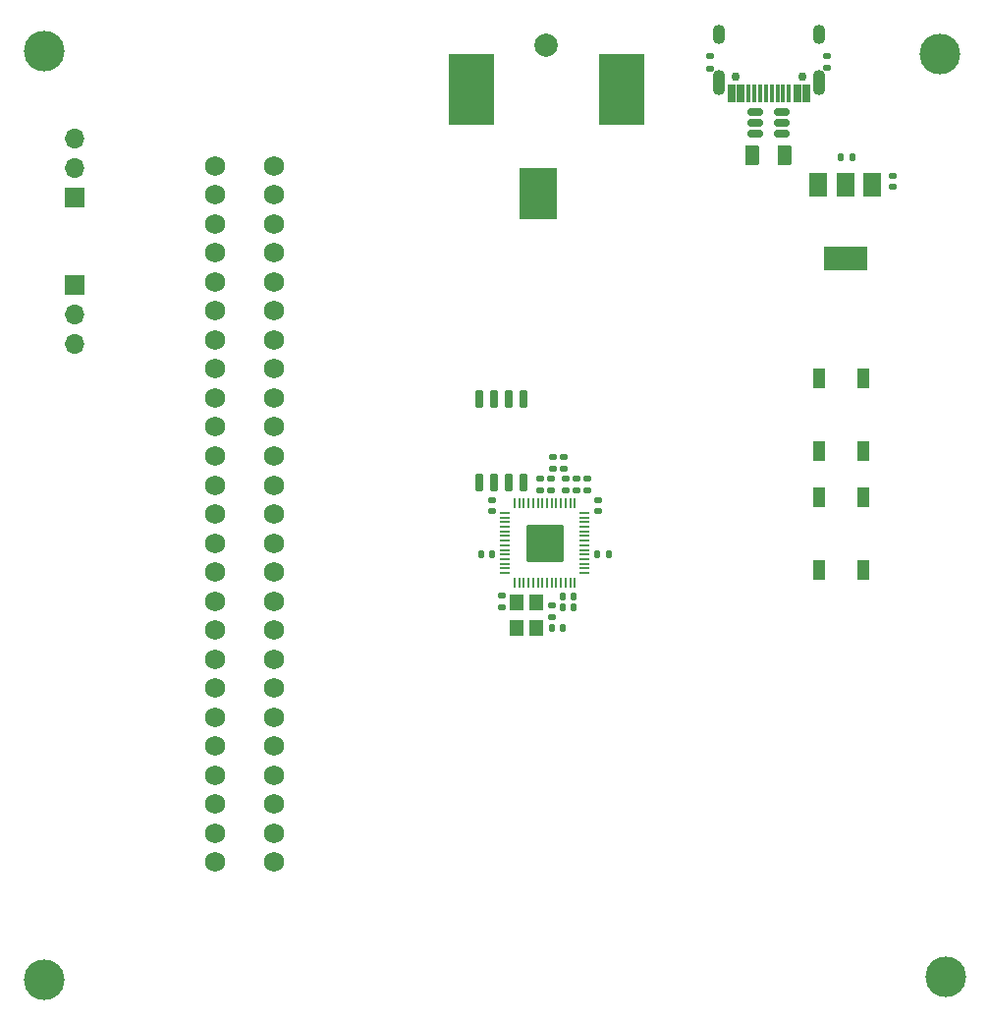
<source format=gbr>
%TF.GenerationSoftware,KiCad,Pcbnew,7.0.6-0*%
%TF.CreationDate,2024-06-08T16:42:38-07:00*%
%TF.ProjectId,pc64,70633634-2e6b-4696-9361-645f70636258,rev?*%
%TF.SameCoordinates,Original*%
%TF.FileFunction,Soldermask,Top*%
%TF.FilePolarity,Negative*%
%FSLAX46Y46*%
G04 Gerber Fmt 4.6, Leading zero omitted, Abs format (unit mm)*
G04 Created by KiCad (PCBNEW 7.0.6-0) date 2024-06-08 16:42:38*
%MOMM*%
%LPD*%
G01*
G04 APERTURE LIST*
G04 Aperture macros list*
%AMRoundRect*
0 Rectangle with rounded corners*
0 $1 Rounding radius*
0 $2 $3 $4 $5 $6 $7 $8 $9 X,Y pos of 4 corners*
0 Add a 4 corners polygon primitive as box body*
4,1,4,$2,$3,$4,$5,$6,$7,$8,$9,$2,$3,0*
0 Add four circle primitives for the rounded corners*
1,1,$1+$1,$2,$3*
1,1,$1+$1,$4,$5*
1,1,$1+$1,$6,$7*
1,1,$1+$1,$8,$9*
0 Add four rect primitives between the rounded corners*
20,1,$1+$1,$2,$3,$4,$5,0*
20,1,$1+$1,$4,$5,$6,$7,0*
20,1,$1+$1,$6,$7,$8,$9,0*
20,1,$1+$1,$8,$9,$2,$3,0*%
G04 Aperture macros list end*
%ADD10C,0.750000*%
%ADD11RoundRect,0.050000X0.300000X0.725000X-0.300000X0.725000X-0.300000X-0.725000X0.300000X-0.725000X0*%
%ADD12RoundRect,0.050000X0.150000X0.725000X-0.150000X0.725000X-0.150000X-0.725000X0.150000X-0.725000X0*%
%ADD13O,1.100000X2.200000*%
%ADD14O,1.100000X1.700000*%
%ADD15R,3.900000X6.200000*%
%ADD16R,3.300000X4.400000*%
%ADD17C,2.000000*%
%ADD18C,2.600000*%
%ADD19C,3.500000*%
%ADD20RoundRect,0.140000X-0.170000X0.140000X-0.170000X-0.140000X0.170000X-0.140000X0.170000X0.140000X0*%
%ADD21RoundRect,0.135000X0.185000X-0.135000X0.185000X0.135000X-0.185000X0.135000X-0.185000X-0.135000X0*%
%ADD22RoundRect,0.140000X-0.140000X-0.170000X0.140000X-0.170000X0.140000X0.170000X-0.140000X0.170000X0*%
%ADD23R,1.500000X2.000000*%
%ADD24R,3.800000X2.000000*%
%ADD25RoundRect,0.140000X0.140000X0.170000X-0.140000X0.170000X-0.140000X-0.170000X0.140000X-0.170000X0*%
%ADD26C,1.727200*%
%ADD27R,1.200000X1.400000*%
%ADD28RoundRect,0.140000X0.170000X-0.140000X0.170000X0.140000X-0.170000X0.140000X-0.170000X-0.140000X0*%
%ADD29O,1.700000X1.700000*%
%ADD30R,1.700000X1.700000*%
%ADD31RoundRect,0.150000X0.150000X-0.650000X0.150000X0.650000X-0.150000X0.650000X-0.150000X-0.650000X0*%
%ADD32R,1.000000X1.700000*%
%ADD33RoundRect,0.150000X-0.512500X-0.150000X0.512500X-0.150000X0.512500X0.150000X-0.512500X0.150000X0*%
%ADD34RoundRect,0.250000X0.375000X0.625000X-0.375000X0.625000X-0.375000X-0.625000X0.375000X-0.625000X0*%
%ADD35RoundRect,0.050000X-0.387500X-0.050000X0.387500X-0.050000X0.387500X0.050000X-0.387500X0.050000X0*%
%ADD36RoundRect,0.050000X-0.050000X-0.387500X0.050000X-0.387500X0.050000X0.387500X-0.050000X0.387500X0*%
%ADD37RoundRect,0.144000X-1.456000X-1.456000X1.456000X-1.456000X1.456000X1.456000X-1.456000X1.456000X0*%
%ADD38RoundRect,0.135000X-0.185000X0.135000X-0.185000X-0.135000X0.185000X-0.135000X0.185000X0.135000X0*%
G04 APERTURE END LIST*
D10*
%TO.C,J1*%
X128620000Y-47067000D03*
X122840000Y-47067000D03*
D11*
X128955000Y-48512000D03*
X128180000Y-48512000D03*
D12*
X126980000Y-48512000D03*
X125980000Y-48512000D03*
X125480000Y-48512000D03*
X124480000Y-48512000D03*
D11*
X123280000Y-48512000D03*
X122505000Y-48512000D03*
X122505000Y-48512000D03*
X123280000Y-48512000D03*
D12*
X123980000Y-48512000D03*
X124980000Y-48512000D03*
X126480000Y-48512000D03*
X127480000Y-48512000D03*
D11*
X128180000Y-48512000D03*
X128955000Y-48512000D03*
D13*
X130050000Y-47597000D03*
D14*
X130050000Y-43417000D03*
D13*
X121410000Y-47597000D03*
D14*
X121410000Y-43417000D03*
%TD*%
D15*
%TO.C,CART 12V*%
X100130000Y-48133000D03*
X113030000Y-48133000D03*
D16*
X105880000Y-57133000D03*
D17*
X106580000Y-44333000D03*
%TD*%
D18*
%TO.C,H1*%
X63246000Y-124841000D03*
D19*
X63246000Y-124841000D03*
%TD*%
D20*
%TO.C,C3*%
X102716000Y-91799000D03*
X102716000Y-92759000D03*
%TD*%
D18*
%TO.C,H2*%
X63246000Y-44831000D03*
D19*
X63246000Y-44831000D03*
%TD*%
D21*
%TO.C,R4*%
X108088980Y-80889000D03*
X108088980Y-79869000D03*
%TD*%
D22*
%TO.C,C13*%
X100916000Y-88249000D03*
X101876000Y-88249000D03*
%TD*%
D23*
%TO.C,U1002*%
X134634000Y-56413000D03*
X132334000Y-56413000D03*
X130034000Y-56413000D03*
D24*
X132334000Y-62713000D03*
%TD*%
D25*
%TO.C,C16*%
X108906000Y-92809000D03*
X107946000Y-92809000D03*
%TD*%
D18*
%TO.C,H4*%
X140970000Y-124587000D03*
D19*
X140970000Y-124587000D03*
%TD*%
D20*
%TO.C,C7*%
X108246000Y-81739000D03*
X108246000Y-82699000D03*
%TD*%
D26*
%TO.C,U2*%
X77978000Y-54756000D03*
X77978000Y-57256000D03*
X77978000Y-59756000D03*
X77978000Y-62256000D03*
X77978000Y-64756000D03*
X77978000Y-67256000D03*
X77978000Y-69756000D03*
X77978000Y-72256000D03*
X77978000Y-74756000D03*
X77978000Y-77256000D03*
X77978000Y-79756000D03*
X77978000Y-82256000D03*
X77978000Y-84756000D03*
X77978000Y-87256000D03*
X77978000Y-89756000D03*
X77978000Y-92256000D03*
X77978000Y-94756000D03*
X77978000Y-97256000D03*
X77978000Y-99756000D03*
X77978000Y-102256000D03*
X77978000Y-104756000D03*
X77978000Y-107256000D03*
X77978000Y-109756000D03*
X77978000Y-112256000D03*
X77978000Y-114756000D03*
X83058000Y-54756000D03*
X83058000Y-57256000D03*
X83058000Y-59756000D03*
X83058000Y-62256000D03*
X83058000Y-64756000D03*
X83058000Y-67256000D03*
X83058000Y-69756000D03*
X83058000Y-72256000D03*
X83058000Y-74756000D03*
X83058000Y-77256000D03*
X83058000Y-79756000D03*
X83058000Y-82256000D03*
X83058000Y-84756000D03*
X83058000Y-87256000D03*
X83058000Y-89756000D03*
X83058000Y-92256000D03*
X83058000Y-94756000D03*
X83058000Y-97256000D03*
X83058000Y-99756000D03*
X83058000Y-102256000D03*
X83058000Y-104756000D03*
X83058000Y-107256000D03*
X83058000Y-109756000D03*
X83058000Y-112256000D03*
X83058000Y-114756000D03*
%TD*%
D27*
%TO.C,Y1*%
X105726000Y-94569000D03*
X105726000Y-92369000D03*
X104026000Y-92369000D03*
X104026000Y-94569000D03*
%TD*%
D28*
%TO.C,C1002*%
X136448800Y-56560600D03*
X136448800Y-55600600D03*
%TD*%
D22*
%TO.C,C4*%
X107006000Y-94559000D03*
X107966000Y-94559000D03*
%TD*%
D21*
%TO.C,R1*%
X130750000Y-46347000D03*
X130750000Y-45327000D03*
%TD*%
D20*
%TO.C,C9*%
X110086000Y-81739000D03*
X110086000Y-82699000D03*
%TD*%
D29*
%TO.C,CON2*%
X65913000Y-70104000D03*
X65913000Y-67564000D03*
D30*
X65913000Y-65024000D03*
%TD*%
D25*
%TO.C,C11*%
X111936000Y-88249000D03*
X110976000Y-88249000D03*
%TD*%
D31*
%TO.C,U3*%
X100751000Y-82079000D03*
X102021000Y-82079000D03*
X103291000Y-82079000D03*
X104561000Y-82079000D03*
X104561000Y-74879000D03*
X103291000Y-74879000D03*
X102021000Y-74879000D03*
X100751000Y-74879000D03*
%TD*%
D18*
%TO.C,H3*%
X140462000Y-45085000D03*
D19*
X140462000Y-45085000D03*
%TD*%
D21*
%TO.C,R3*%
X107148980Y-80889000D03*
X107148980Y-79869000D03*
%TD*%
D20*
%TO.C,C8*%
X109166000Y-81739000D03*
X109166000Y-82699000D03*
%TD*%
D32*
%TO.C,RP_SW2*%
X130048000Y-89612000D03*
X130048000Y-83312000D03*
X133848000Y-89612000D03*
X133848000Y-83312000D03*
%TD*%
D33*
%TO.C,U1001*%
X124592500Y-50117000D03*
X124592500Y-51067000D03*
X124592500Y-52017000D03*
X126867500Y-52017000D03*
X126867500Y-51067000D03*
X126867500Y-50117000D03*
%TD*%
D32*
%TO.C,RP_SW1*%
X130058000Y-79325000D03*
X130058000Y-73025000D03*
X133858000Y-79325000D03*
X133858000Y-73025000D03*
%TD*%
D20*
%TO.C,C14*%
X101846000Y-83559000D03*
X101846000Y-84519000D03*
%TD*%
D22*
%TO.C,C1001*%
X131981000Y-53975000D03*
X132941000Y-53975000D03*
%TD*%
D20*
%TO.C,C10*%
X111006000Y-83559000D03*
X111006000Y-84519000D03*
%TD*%
%TO.C,C5*%
X106066000Y-81739000D03*
X106066000Y-82699000D03*
%TD*%
D29*
%TO.C,CON3*%
X65898000Y-52436000D03*
X65898000Y-54976000D03*
D30*
X65898000Y-57516000D03*
%TD*%
D20*
%TO.C,C15*%
X106986000Y-81739000D03*
X106986000Y-82699000D03*
%TD*%
D34*
%TO.C,F1*%
X124330000Y-53887000D03*
X127130000Y-53887000D03*
%TD*%
D21*
%TO.C,R2*%
X120700000Y-46357000D03*
X120700000Y-45337000D03*
%TD*%
D25*
%TO.C,C6*%
X108906000Y-91889000D03*
X107946000Y-91889000D03*
%TD*%
D35*
%TO.C,U4*%
X102988500Y-84649000D03*
X102988500Y-85049000D03*
X102988500Y-85449000D03*
X102988500Y-85849000D03*
X102988500Y-86249000D03*
X102988500Y-86649000D03*
X102988500Y-87049000D03*
X102988500Y-87449000D03*
X102988500Y-87849000D03*
X102988500Y-88249000D03*
X102988500Y-88649000D03*
X102988500Y-89049000D03*
X102988500Y-89449000D03*
X102988500Y-89849000D03*
D36*
X103826000Y-90686500D03*
X104226000Y-90686500D03*
X104626000Y-90686500D03*
X105026000Y-90686500D03*
X105426000Y-90686500D03*
X105826000Y-90686500D03*
X106226000Y-90686500D03*
X106626000Y-90686500D03*
X107026000Y-90686500D03*
X107426000Y-90686500D03*
X107826000Y-90686500D03*
X108226000Y-90686500D03*
X108626000Y-90686500D03*
X109026000Y-90686500D03*
D35*
X109863500Y-89849000D03*
X109863500Y-89449000D03*
X109863500Y-89049000D03*
X109863500Y-88649000D03*
X109863500Y-88249000D03*
X109863500Y-87849000D03*
X109863500Y-87449000D03*
X109863500Y-87049000D03*
X109863500Y-86649000D03*
X109863500Y-86249000D03*
X109863500Y-85849000D03*
X109863500Y-85449000D03*
X109863500Y-85049000D03*
X109863500Y-84649000D03*
D36*
X109026000Y-83811500D03*
X108626000Y-83811500D03*
X108226000Y-83811500D03*
X107826000Y-83811500D03*
X107426000Y-83811500D03*
X107026000Y-83811500D03*
X106626000Y-83811500D03*
X106226000Y-83811500D03*
X105826000Y-83811500D03*
X105426000Y-83811500D03*
X105026000Y-83811500D03*
X104626000Y-83811500D03*
X104226000Y-83811500D03*
X103826000Y-83811500D03*
D37*
X106426000Y-87249000D03*
%TD*%
D38*
%TO.C,R1001*%
X107046000Y-92659000D03*
X107046000Y-93679000D03*
%TD*%
M02*

</source>
